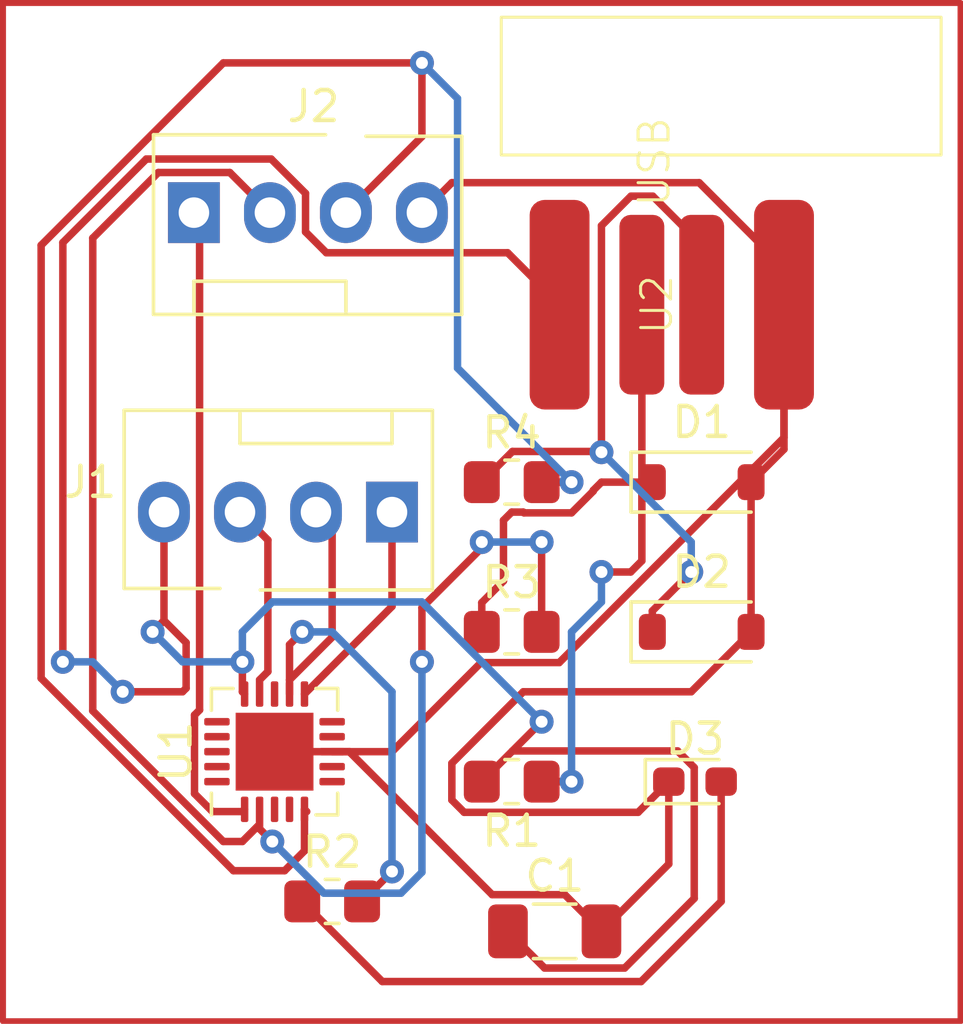
<source format=kicad_pcb>
(kicad_pcb (version 20221018) (generator pcbnew)
  (layers (0 "F.Cu" signal) (31 "B.Cu" signal) (34 "B.Paste" user) (35 "F.Paste" user) (36 "B.SilkS" user "B.Silkscreen") (37 "F.SilkS" user "F.Silkscreen") (38 "B.Mask" user) (39 "F.Mask" user) (44 "Edge.Cuts" user))
  (net 0 "")
  (net 1 "+5V")
  (net 2 "GND")
  (net 3 "Net-(D1-K)")
  (net 4 "Net-(D2-K)")
  (net 5 "Net-(D3-A)")
  (net 6 "Net-(J1-Pin_1)")
  (net 7 "Net-(J1-Pin_2)")
  (net 8 "Net-(J1-Pin_3)")
  (net 9 "Net-(J2-Pin_1)")
  (net 10 "Net-(J2-Pin_2)")
  (net 11 "Net-(J2-Pin_3)")
  (footprint "Capacitor_SMD:C_1206_3216Metric_Pad1.33x1.80mm_HandSolder" (layer "F.Cu") (at 145.4375 103)
    (fp_text reference "C1" (at 0 -1.85) (layer "F.SilkS"))
    (fp_text value "100n")
    (fp_line (start -0.711252 -0.91) (end 0.711252 -0.91) (stroke (width 0.12)) (layer "F.SilkS"))
    (fp_line (start -0.711252 0.91) (end 0.711252 0.91) (stroke (width 0.12)) (layer "F.SilkS"))
    (pad "1" smd roundrect (at -1.5625 0) (size 1.325 1.8) (layers "F.Cu" "F.Paste" "F.Mask") (roundrect_rratio 0.188679) (net 1 "+5V"))
    (pad "2" smd roundrect (at 1.5625 0) (size 1.325 1.8) (layers "F.Cu" "F.Paste" "F.Mask") (roundrect_rratio 0.188679) (net 2 "GND"))
  )
  (footprint "Resistor_SMD:R_0805_2012Metric_Pad1.20x1.40mm_HandSolder" (layer "F.Cu") (at 138 102)
    (fp_text reference "R2" (at 0 -1.65) (layer "F.SilkS"))
    (fp_text value "330R")
    (fp_line (start -0.227064 -0.735) (end 0.227064 -0.735) (stroke (width 0.12)) (layer "F.SilkS"))
    (fp_line (start -0.227064 0.735) (end 0.227064 0.735) (stroke (width 0.12)) (layer "F.SilkS"))
    (pad "1" smd roundrect (at -1 0) (size 1.2 1.4) (layers "F.Cu" "F.Paste" "F.Mask") (roundrect_rratio 0.208333) (net 5 "Net-(D3-A)"))
    (pad "2" smd roundrect (at 1 0) (size 1.2 1.4) (layers "F.Cu" "F.Paste" "F.Mask") (roundrect_rratio 0.208333) (net 7 "Net-(J1-Pin_2)"))
  )
  (footprint "My_costum_Lib_footprint:USB_PCB_Connector" (layer "F.Cu") (at 149.35 82.075 90)
    (fp_text reference "U2" (at 0 -0.5 90 unlocked) (layer "F.SilkS") (effects (font (thickness 0.1))))
    (fp_text value "~")
    (fp_text user "USB" (at 3.2 0 90 unlocked) (layer "F.SilkS") (effects (font (thickness 0.1)) (justify left bottom)))
    (fp_rect (start 5 -5.7) (end 9.6 9) (stroke (width 0.1)) (fill none) (layer "F.SilkS"))
    (pad "1" smd roundrect (at 0 -3.75 90) (size 7 2) (layers "F.Cu" "F.Paste" "F.Mask") (net 1 "+5V"))
    (pad "2" smd roundrect (at 0 -1 90) (size 6 1.5) (layers "F.Cu" "F.Paste" "F.Mask") (net 3 "Net-(D1-K)"))
    (pad "3" smd roundrect (at 0 1 90) (size 6 1.5) (layers "F.Cu" "F.Paste" "F.Mask") (net 4 "Net-(D2-K)"))
    (pad "4" smd roundrect (at 0 3.75 90) (size 7 2) (layers "F.Cu" "F.Paste" "F.Mask") (net 2 "GND"))
  )
  (footprint "LED_SMD:LED_0603_1608Metric_Pad1.05x0.95mm_HandSolder" (layer "F.Cu") (at 150.125 98)
    (fp_text reference "D3" (at 0 -1.43) (layer "F.SilkS"))
    (fp_text value "LED")
    (fp_line (start -1.66 -0.735) (end -1.66 0.735) (stroke (width 0.12)) (layer "F.SilkS"))
    (fp_line (start -1.66 0.735) (end 0.8 0.735) (stroke (width 0.12)) (layer "F.SilkS"))
    (fp_line (start 0.8 -0.735) (end -1.66 -0.735) (stroke (width 0.12)) (layer "F.SilkS"))
    (pad "1" smd roundrect (at -0.875 0) (size 1.05 0.95) (layers "F.Cu" "F.Paste" "F.Mask") (net 2 "GND"))
    (pad "2" smd roundrect (at 0.875 0) (size 1.05 0.95) (layers "F.Cu" "F.Paste" "F.Mask") (net 5 "Net-(D3-A)"))
  )
  (footprint "Connector:FanPinHeader_1x04_P2.54mm_Vertical" (layer "F.Cu") (at 140 89 180)
    (fp_text reference "J1" (at 10.08 1) (layer "F.SilkS"))
    (fp_text value "Conn_01x04_Pin")
    (fp_line (start -1.35 -2.6) (end 4.4 -2.6) (stroke (width 0.12)) (layer "F.SilkS"))
    (fp_line (start -1.35 3.4) (end -1.35 -2.6) (stroke (width 0.12)) (layer "F.SilkS"))
    (fp_line (start 0 2.29) (end 5.08 2.29) (stroke (width 0.12)) (layer "F.SilkS"))
    (fp_line (start 0 3.3) (end 0 2.29) (stroke (width 0.12)) (layer "F.SilkS"))
    (fp_line (start 5.08 2.29) (end 5.08 3.3) (stroke (width 0.12)) (layer "F.SilkS"))
    (fp_line (start 5.75 -2.55) (end 8.95 -2.55) (stroke (width 0.12)) (layer "F.SilkS"))
    (fp_line (start 8.95 -2.55) (end 8.95 3.4) (stroke (width 0.12)) (layer "F.SilkS"))
    (fp_line (start 8.95 3.4) (end -1.35 3.4) (stroke (width 0.12)) (layer "F.SilkS"))
    (pad "" np_thru_hole circle (at 5.08 -2.16 270) (size 1.1 1.1) (drill 1.1) (layers "*.Cu" "*.Mask"))
    (pad "1" thru_hole rect (at 0 0 270) (size 2.03 1.73) (drill 1.02) (layers "*.Cu" "*.Mask") (net 6 "Net-(J1-Pin_1)"))
    (pad "2" thru_hole oval (at 2.54 0 270) (size 2.03 1.73) (drill 1.02) (layers "*.Cu" "*.Mask") (net 7 "Net-(J1-Pin_2)"))
    (pad "3" thru_hole oval (at 5.08 0 270) (size 2.03 1.73) (drill 1.02) (layers "*.Cu" "*.Mask") (net 8 "Net-(J1-Pin_3)"))
    (pad "4" thru_hole oval (at 7.62 0 270) (size 2.03 1.73) (drill 1.02) (layers "*.Cu" "*.Mask") (net 1 "+5V"))
  )
  (footprint "Connector:FanPinHeader_1x04_P2.54mm_Vertical" (layer "F.Cu") (at 133.38 79)
    (fp_text reference "J2" (at 4 -3.55) (layer "F.SilkS"))
    (fp_text value "Conn_01x04_Pin")
    (fp_line (start -1.35 -2.6) (end 4.4 -2.6) (stroke (width 0.12)) (layer "F.SilkS"))
    (fp_line (start -1.35 3.4) (end -1.35 -2.6) (stroke (width 0.12)) (layer "F.SilkS"))
    (fp_line (start 0 2.29) (end 5.08 2.29) (stroke (width 0.12)) (layer "F.SilkS"))
    (fp_line (start 0 3.3) (end 0 2.29) (stroke (width 0.12)) (layer "F.SilkS"))
    (fp_line (start 5.08 2.29) (end 5.08 3.3) (stroke (width 0.12)) (layer "F.SilkS"))
    (fp_line (start 5.75 -2.55) (end 8.95 -2.55) (stroke (width 0.12)) (layer "F.SilkS"))
    (fp_line (start 8.95 -2.55) (end 8.95 3.4) (stroke (width 0.12)) (layer "F.SilkS"))
    (fp_line (start 8.95 3.4) (end -1.35 3.4) (stroke (width 0.12)) (layer "F.SilkS"))
    (pad "" np_thru_hole circle (at 5.08 -2.16 90) (size 1.1 1.1) (drill 1.1) (layers "*.Cu" "*.Mask"))
    (pad "1" thru_hole rect (at 0 0 90) (size 2.03 1.73) (drill 1.02) (layers "*.Cu" "*.Mask") (net 9 "Net-(J2-Pin_1)"))
    (pad "2" thru_hole oval (at 2.54 0 90) (size 2.03 1.73) (drill 1.02) (layers "*.Cu" "*.Mask") (net 10 "Net-(J2-Pin_2)"))
    (pad "3" thru_hole oval (at 5.08 0 90) (size 2.03 1.73) (drill 1.02) (layers "*.Cu" "*.Mask") (net 11 "Net-(J2-Pin_3)"))
    (pad "4" thru_hole oval (at 7.62 0 90) (size 2.03 1.73) (drill 1.02) (layers "*.Cu" "*.Mask") (net 2 "GND"))
  )
  (footprint "Package_DFN_QFN:QFN-20-1EP_4x4mm_P0.5mm_EP2.6x2.6mm" (layer "F.Cu") (at 136.075 97 90)
    (fp_text reference "U1" (at 0 -3.3 90) (layer "F.SilkS"))
    (fp_text value "ATtiny85-20M" hide)
    (fp_line (start -2.11 2.11) (end -2.11 1.385) (stroke (width 0.12)) (layer "F.SilkS"))
    (fp_line (start -1.385 -2.11) (end -2.11 -2.11) (stroke (width 0.12)) (layer "F.SilkS"))
    (fp_line (start -1.385 2.11) (end -2.11 2.11) (stroke (width 0.12)) (layer "F.SilkS"))
    (fp_line (start 1.385 -2.11) (end 2.11 -2.11) (stroke (width 0.12)) (layer "F.SilkS"))
    (fp_line (start 1.385 2.11) (end 2.11 2.11) (stroke (width 0.12)) (layer "F.SilkS"))
    (fp_line (start 2.11 -2.11) (end 2.11 -1.385) (stroke (width 0.12)) (layer "F.SilkS"))
    (fp_line (start 2.11 2.11) (end 2.11 1.385) (stroke (width 0.12)) (layer "F.SilkS"))
    (pad "1" smd roundrect (at -1.925 -1 90) (size 0.85 0.25) (layers "F.Cu" "F.Paste" "F.Mask") (net 9 "Net-(J2-Pin_1)"))
    (pad "2" smd roundrect (at -1.925 -0.5 90) (size 0.85 0.25) (layers "F.Cu" "F.Paste" "F.Mask") (net 10 "Net-(J2-Pin_2)"))
    (pad "3" smd roundrect (at -1.925 0 90) (size 0.85 0.25) (layers "F.Cu" "F.Paste" "F.Mask"))
    (pad "4" smd roundrect (at -1.925 0.5 90) (size 0.85 0.25) (layers "F.Cu" "F.Paste" "F.Mask"))
    (pad "5" smd roundrect (at -1.925 1 90) (size 0.85 0.25) (layers "F.Cu" "F.Paste" "F.Mask") (net 11 "Net-(J2-Pin_3)"))
    (pad "6" smd roundrect (at -1 1.925 90) (size 0.25 0.85) (layers "F.Cu" "F.Paste" "F.Mask"))
    (pad "7" smd roundrect (at -0.5 1.925 90) (size 0.25 0.85) (layers "F.Cu" "F.Paste" "F.Mask"))
    (pad "8" smd roundrect (at 0 1.925 90) (size 0.25 0.85) (layers "F.Cu" "F.Paste" "F.Mask") (net 2 "GND"))
    (pad "9" smd roundrect (at 0.5 1.925 90) (size 0.25 0.85) (layers "F.Cu" "F.Paste" "F.Mask"))
    (pad "10" smd roundrect (at 1 1.925 90) (size 0.25 0.85) (layers "F.Cu" "F.Paste" "F.Mask"))
    (pad "11" smd roundrect (at 1.925 1 90) (size 0.85 0.25) (layers "F.Cu" "F.Paste" "F.Mask") (net 6 "Net-(J1-Pin_1)"))
    (pad "12" smd roundrect (at 1.925 0.5 90) (size 0.85 0.25) (layers "F.Cu" "F.Paste" "F.Mask") (net 7 "Net-(J1-Pin_2)"))
    (pad "13" smd roundrect (at 1.925 0 90) (size 0.85 0.25) (layers "F.Cu" "F.Paste" "F.Mask"))
    (pad "14" smd roundrect (at 1.925 -0.5 90) (size 0.85 0.25) (layers "F.Cu" "F.Paste" "F.Mask") (net 8 "Net-(J1-Pin_3)"))
    (pad "15" smd roundrect (at 1.925 -1 90) (size 0.85 0.25) (layers "F.Cu" "F.Paste" "F.Mask") (net 1 "+5V"))
    (pad "16" smd roundrect (at 1 -1.925 90) (size 0.25 0.85) (layers "F.Cu" "F.Paste" "F.Mask"))
    (pad "17" smd roundrect (at 0.5 -1.925 90) (size 0.25 0.85) (layers "F.Cu" "F.Paste" "F.Mask"))
    (pad "18" smd roundrect (at 0 -1.925 90) (size 0.25 0.85) (layers "F.Cu" "F.Paste" "F.Mask"))
    (pad "19" smd roundrect (at -0.5 -1.925 90) (size 0.25 0.85) (layers "F.Cu" "F.Paste" "F.Mask"))
    (pad "20" smd roundrect (at -1 -1.925 90) (size 0.25 0.85) (layers "F.Cu" "F.Paste" "F.Mask"))
    (pad "21" smd rect (at 0 0 90) (size 2.6 2.6) (layers "F.Cu" "F.Mask") (net 2 "GND"))
  )
  (footprint "Resistor_SMD:R_0805_2012Metric_Pad1.20x1.40mm_HandSolder" (layer "F.Cu") (at 144 88)
    (fp_text reference "R4" (at 0 -1.65) (layer "F.SilkS"))
    (fp_text value "68R")
    (fp_line (start -0.227064 -0.735) (end 0.227064 -0.735) (stroke (width 0.12)) (layer "F.SilkS"))
    (fp_line (start -0.227064 0.735) (end 0.227064 0.735) (stroke (width 0.12)) (layer "F.SilkS"))
    (pad "1" smd roundrect (at -1 0) (size 1.2 1.4) (layers "F.Cu" "F.Paste" "F.Mask") (roundrect_rratio 0.208333) (net 4 "Net-(D2-K)"))
    (pad "2" smd roundrect (at 1 0) (size 1.2 1.4) (layers "F.Cu" "F.Paste" "F.Mask") (roundrect_rratio 0.208333) (net 11 "Net-(J2-Pin_3)"))
  )
  (footprint "Resistor_SMD:R_0805_2012Metric_Pad1.20x1.40mm_HandSolder" (layer "F.Cu") (at 144 98 180)
    (fp_text reference "R1" (at 0 -1.65) (layer "F.SilkS"))
    (fp_text value "1k5")
    (fp_line (start -0.227064 -0.735) (end 0.227064 -0.735) (stroke (width 0.12)) (layer "F.SilkS"))
    (fp_line (start -0.227064 0.735) (end 0.227064 0.735) (stroke (width 0.12)) (layer "F.SilkS"))
    (pad "1" smd roundrect (at -1 0 180) (size 1.2 1.4) (layers "F.Cu" "F.Paste" "F.Mask") (roundrect_rratio 0.208333) (net 3 "Net-(D1-K)"))
    (pad "2" smd roundrect (at 1 0 180) (size 1.2 1.4) (layers "F.Cu" "F.Paste" "F.Mask") (roundrect_rratio 0.208333) (net 1 "+5V"))
  )
  (footprint "Diode_SMD:D_SOD-123" (layer "F.Cu") (at 150.35 93)
    (fp_text reference "D2" (at 0 -2) (layer "F.SilkS"))
    (fp_text value "3V6")
    (fp_line (start -2.36 -1) (end -2.36 1) (stroke (width 0.12)) (layer "F.SilkS"))
    (fp_line (start -2.36 -1) (end 1.65 -1) (stroke (width 0.12)) (layer "F.SilkS"))
    (fp_line (start -2.36 1) (end 1.65 1) (stroke (width 0.12)) (layer "F.SilkS"))
    (pad "1" smd roundrect (at -1.65 0) (size 0.9 1.2) (layers "F.Cu" "F.Paste" "F.Mask") (net 4 "Net-(D2-K)"))
    (pad "2" smd roundrect (at 1.65 0) (size 0.9 1.2) (layers "F.Cu" "F.Paste" "F.Mask") (net 2 "GND"))
  )
  (footprint "Resistor_SMD:R_0805_2012Metric_Pad1.20x1.40mm_HandSolder" (layer "F.Cu") (at 144 93)
    (fp_text reference "R3" (at 0 -1.65) (layer "F.SilkS"))
    (fp_text value "68R")
    (fp_line (start -0.227064 -0.735) (end 0.227064 -0.735) (stroke (width 0.12)) (layer "F.SilkS"))
    (fp_line (start -0.227064 0.735) (end 0.227064 0.735) (stroke (width 0.12)) (layer "F.SilkS"))
    (pad "1" smd roundrect (at -1 0) (size 1.2 1.4) (layers "F.Cu" "F.Paste" "F.Mask") (roundrect_rratio 0.208333) (net 3 "Net-(D1-K)"))
    (pad "2" smd roundrect (at 1 0) (size 1.2 1.4) (layers "F.Cu" "F.Paste" "F.Mask") (roundrect_rratio 0.208333) (net 10 "Net-(J2-Pin_2)"))
  )
  (footprint "Diode_SMD:D_SOD-123" (layer "F.Cu") (at 150.35 88)
    (fp_text reference "D1" (at 0 -2) (layer "F.SilkS"))
    (fp_text value "3V6")
    (fp_line (start -2.36 -1) (end -2.36 1) (stroke (width 0.12)) (layer "F.SilkS"))
    (fp_line (start -2.36 -1) (end 1.65 -1) (stroke (width 0.12)) (layer "F.SilkS"))
    (fp_line (start -2.36 1) (end 1.65 1) (stroke (width 0.12)) (layer "F.SilkS"))
    (pad "1" smd roundrect (at -1.65 0) (size 0.9 1.2) (layers "F.Cu" "F.Paste" "F.Mask") (net 3 "Net-(D1-K)"))
    (pad "2" smd roundrect (at 1.65 0) (size 0.9 1.2) (layers "F.Cu" "F.Paste" "F.Mask") (net 2 "GND"))
  )
  (gr_rect (start 127 72) (end 159 106) (stroke (width 0.2)) (fill none) (layer "F.Cu"))
  (segment (start 133.12 93.36) (end 132.38 92.62) (width 0.25) (layer "F.Cu") (net 1))
  (segment (start 137.807086 80.34) (end 137.11 79.642914) (width 0.25) (layer "F.Cu") (net 1))
  (segment (start 147.775 104.225) (end 150.1 101.9) (width 0.25) (layer "F.Cu") (net 1))
  (segment (start 133 95) (end 133.12 94.88) (width 0.25) (layer "F.Cu") (net 1))
  (segment (start 137.11 79.642914) (end 137.11 78.357086) (width 0.25) (layer "F.Cu") (net 1))
  (segment (start 129 80) (end 129 94) (width 0.25) (layer "F.Cu") (net 1))
  (segment (start 137.11 78.357086) (end 135.962914 77.21) (width 0.25) (layer "F.Cu") (net 1))
  (segment (start 133.12 94.88) (end 133.12 93.36) (width 0.25) (layer "F.Cu") (net 1))
  (segment (start 135 95) (end 135 94) (width 0.25) (layer "F.Cu") (net 1))
  (segment (start 131 95) (end 133 95) (width 0.25) (layer "F.Cu") (net 1))
  (segment (start 145 96) (end 144.025 96.975) (width 0.25) (layer "F.Cu") (net 1))
  (segment (start 145.6 82.075) (end 143.865 80.34) (width 0.25) (layer "F.Cu") (net 1))
  (segment (start 143.865 80.34) (end 137.807086 80.34) (width 0.25) (layer "F.Cu") (net 1))
  (segment (start 145.1 104.225) (end 147.775 104.225) (width 0.25) (layer "F.Cu") (net 1))
  (segment (start 143.875 103) (end 145.1 104.225) (width 0.25) (layer "F.Cu") (net 1))
  (segment (start 132.38 92.62) (end 132.38 89) (width 0.25) (layer "F.Cu") (net 1))
  (segment (start 132 93) (end 132.38 92.62) (width 0.25) (layer "F.Cu") (net 1))
  (segment (start 135.075 95.075) (end 135 95) (width 0.25) (layer "F.Cu") (net 1))
  (segment (start 135.962914 77.21) (end 131.79 77.21) (width 0.25) (layer "F.Cu") (net 1))
  (segment (start 149.545495 96.975) (end 144.025 96.975) (width 0.25) (layer "F.Cu") (net 1))
  (segment (start 150.1 97.529505) (end 149.545495 96.975) (width 0.25) (layer "F.Cu") (net 1))
  (segment (start 144.025 96.975) (end 143 98) (width 0.25) (layer "F.Cu") (net 1))
  (segment (start 131.79 77.21) (end 129 80) (width 0.25) (layer "F.Cu") (net 1))
  (segment (start 150.1 101.9) (end 150.1 97.529505) (width 0.25) (layer "F.Cu") (net 1))
  (via (at 129 94) (size 0.8) (drill 0.4) (layers "F.Cu" "B.Cu") (net 1))
  (via (at 135 94) (size 0.8) (drill 0.4) (layers "F.Cu" "B.Cu") (net 1))
  (via (at 131 95) (size 0.8) (drill 0.4) (layers "F.Cu" "B.Cu") (net 1))
  (via (at 145 96) (size 0.8) (drill 0.4) (layers "F.Cu" "B.Cu") (net 1))
  (via (at 132 93) (size 0.8) (drill 0.4) (layers "F.Cu" "B.Cu") (net 1))
  (segment (start 141 92) (end 145 96) (width 0.25) (layer "B.Cu") (net 1))
  (segment (start 129 94) (end 130 94) (width 0.25) (layer "B.Cu") (net 1))
  (segment (start 135 94) (end 135 93) (width 0.25) (layer "B.Cu") (net 1))
  (segment (start 135 93) (end 136 92) (width 0.25) (layer "B.Cu") (net 1))
  (segment (start 133 94) (end 132 93) (width 0.25) (layer "B.Cu") (net 1))
  (segment (start 130 94) (end 131 95) (width 0.25) (layer "B.Cu") (net 1))
  (segment (start 136 92) (end 141 92) (width 0.25) (layer "B.Cu") (net 1))
  (segment (start 135 94) (end 133 94) (width 0.25) (layer "B.Cu") (net 1))
  (segment (start 150 95) (end 152 93) (width 0.25) (layer "F.Cu") (net 2))
  (segment (start 140 97) (end 142.975 94.025) (width 0.25) (layer "F.Cu") (net 2))
  (segment (start 153.1 86.513173) (end 153.1 82.075) (width 0.25) (layer "F.Cu") (net 2))
  (segment (start 136.075 97) (end 140 97) (width 0.25) (layer "F.Cu") (net 2))
  (segment (start 142 78) (end 141 79) (width 0.25) (layer "F.Cu") (net 2))
  (segment (start 138.573008 97) (end 138 97) (width 0.25) (layer "F.Cu") (net 2))
  (segment (start 145.588173 94.025) (end 153.1 86.513173) (width 0.25) (layer "F.Cu") (net 2))
  (segment (start 144.386827 95) (end 150 95) (width 0.25) (layer "F.Cu") (net 2))
  (segment (start 152 88) (end 153.1 86.9) (width 0.25) (layer "F.Cu") (net 2))
  (segment (start 152 93) (end 152 88) (width 0.25) (layer "F.Cu") (net 2))
  (segment (start 145.775 101.775) (end 143.348008 101.775) (width 0.25) (layer "F.Cu") (net 2))
  (segment (start 153.1 80.835051) (end 150.264949 78) (width 0.25) (layer "F.Cu") (net 2))
  (segment (start 150.264949 78) (end 142 78) (width 0.25) (layer "F.Cu") (net 2))
  (segment (start 153.1 82.075) (end 153.1 80.835051) (width 0.25) (layer "F.Cu") (net 2))
  (segment (start 142 98.613173) (end 142 97.386827) (width 0.25) (layer "F.Cu") (net 2))
  (segment (start 142.975 94.025) (end 145.588173 94.025) (width 0.25) (layer "F.Cu") (net 2))
  (segment (start 147 103) (end 149.25 100.75) (width 0.25) (layer "F.Cu") (net 2))
  (segment (start 153.1 86.9) (end 153.1 82.075) (width 0.25) (layer "F.Cu") (net 2))
  (segment (start 148.225 99.025) (end 142.411827 99.025) (width 0.25) (layer "F.Cu") (net 2))
  (segment (start 149.25 100.75) (end 149.25 98) (width 0.25) (layer "F.Cu") (net 2))
  (segment (start 147 103) (end 145.775 101.775) (width 0.25) (layer "F.Cu") (net 2))
  (segment (start 142 97.386827) (end 144.386827 95) (width 0.25) (layer "F.Cu") (net 2))
  (segment (start 142.411827 99.025) (end 142 98.613173) (width 0.25) (layer "F.Cu") (net 2))
  (segment (start 143.348008 101.775) (end 138.573008 97) (width 0.25) (layer "F.Cu") (net 2))
  (segment (start 149.25 98) (end 148.225 99.025) (width 0.25) (layer "F.Cu") (net 2))
  (segment (start 143.725 89.275) (end 143.725 91.300305) (width 0.25) (layer "F.Cu") (net 3))
  (segment (start 143.725 91.300305) (end 143.300305 91.725) (width 0.25) (layer "F.Cu") (net 3))
  (segment (start 147 91) (end 147.976777 91) (width 0.25) (layer "F.Cu") (net 3))
  (segment (start 148.7 88) (end 147 88) (width 0.25) (layer "F.Cu") (net 3))
  (segment (start 146.725 88.300305) (end 146.000305 89.025) (width 0.25) (layer "F.Cu") (net 3))
  (segment (start 148.35 90.626777) (end 148.35 82.075) (width 0.25) (layer "F.Cu") (net 3))
  (segment (start 144 89) (end 143.725 89.275) (width 0.25) (layer "F.Cu") (net 3))
  (segment (start 143.300305 91.725) (end 143.298223 91.725) (width 0.25) (layer "F.Cu") (net 3))
  (segment (start 147.976777 91) (end 148.35 90.626777) (width 0.25) (layer "F.Cu") (net 3))
  (segment (start 146.725 88.275) (end 146.725 88.300305) (width 0.25) (layer "F.Cu") (net 3))
  (segment (start 146.000305 89.025) (end 144.411827 89.025) (width 0.25) (layer "F.Cu") (net 3))
  (segment (start 144.386827 89) (end 144 89) (width 0.25) (layer "F.Cu") (net 3))
  (segment (start 143.298223 91.725) (end 143 92.023223) (width 0.25) (layer "F.Cu") (net 3))
  (segment (start 147 88) (end 146.725 88.275) (width 0.25) (layer "F.Cu") (net 3))
  (segment (start 144.411827 89.025) (end 144.386827 89) (width 0.25) (layer "F.Cu") (net 3))
  (segment (start 145 98) (end 146 98) (width 0.25) (layer "F.Cu") (net 3))
  (segment (start 143 92.023223) (end 143 93) (width 0.25) (layer "F.Cu") (net 3))
  (via (at 147 91) (size 0.8) (drill 0.4) (layers "F.Cu" "B.Cu") (net 3))
  (via (at 146 98) (size 0.8) (drill 0.4) (layers "F.Cu" "B.Cu") (net 3))
  (segment (start 147 92) (end 147 91) (width 0.25) (layer "B.Cu") (net 3))
  (segment (start 146 93) (end 147 92) (width 0.25) (layer "B.Cu") (net 3))
  (segment (start 146 98) (end 146 93) (width 0.25) (layer "B.Cu") (net 3))
  (segment (start 150.35 80.085051) (end 150.35 82.075) (width 0.25) (layer "F.Cu") (net 4))
  (segment (start 147 79.435051) (end 147.985051 78.45) (width 0.25) (layer "F.Cu") (net 4))
  (segment (start 144.025 86.975) (end 143 88) (width 0.25) (layer "F.Cu") (net 4))
  (segment (start 148.7 92.3) (end 150 91) (width 0.25) (layer "F.Cu") (net 4))
  (segment (start 147 87) (end 147 79.435051) (width 0.25) (layer "F.Cu") (net 4))
  (segment (start 148.714949 78.45) (end 150.35 80.085051) (width 0.25) (layer "F.Cu") (net 4))
  (segment (start 146.975 86.975) (end 144.025 86.975) (width 0.25) (layer "F.Cu") (net 4))
  (segment (start 147.985051 78.45) (end 148.714949 78.45) (width 0.25) (layer "F.Cu") (net 4))
  (segment (start 148.7 93) (end 148.7 92.3) (width 0.25) (layer "F.Cu") (net 4))
  (segment (start 147 87) (end 146.975 86.975) (width 0.25) (layer "F.Cu") (net 4))
  (via (at 147 87) (size 0.8) (drill 0.4) (layers "F.Cu" "B.Cu") (net 4))
  (via (at 150 91) (size 0.8) (drill 0.4) (layers "F.Cu" "B.Cu") (net 4))
  (segment (start 150 90) (end 147 87) (width 0.25) (layer "B.Cu") (net 4))
  (segment (start 150 91) (end 150 90) (width 0.25) (layer "B.Cu") (net 4))
  (segment (start 139.675 104.675) (end 148.325 104.675) (width 0.25) (layer "F.Cu") (net 5))
  (segment (start 137 102) (end 139.675 104.675) (width 0.25) (layer "F.Cu") (net 5))
  (segment (start 148.325 104.675) (end 151 102) (width 0.25) (layer "F.Cu") (net 5))
  (segment (start 151 102) (end 151 98) (width 0.25) (layer "F.Cu") (net 5))
  (segment (start 137.075 95.075) (end 140 92.15) (width 0.25) (layer "F.Cu") (net 6))
  (segment (start 140 92.15) (end 140 89) (width 0.25) (layer "F.Cu") (net 6))
  (segment (start 137 93) (end 136.575 93.425) (width 0.25) (layer "F.Cu") (net 7))
  (segment (start 138 93.176992) (end 138 89.54) (width 0.25) (layer "F.Cu") (net 7))
  (segment (start 136.575 94.601992) (end 138 93.176992) (width 0.25) (layer "F.Cu") (net 7))
  (segment (start 139 102) (end 140 101) (width 0.25) (layer "F.Cu") (net 7))
  (segment (start 138 89.54) (end 137.46 89) (width 0.25) (layer "F.Cu") (net 7))
  (segment (start 136.575 95.075) (end 136.575 94.601992) (width 0.25) (layer "F.Cu") (net 7))
  (segment (start 136.575 93.425) (end 136.575 94.601992) (width 0.25) (layer "F.Cu") (net 7))
  (via (at 137 93) (size 0.8) (drill 0.4) (layers "F.Cu" "B.Cu") (net 7))
  (via (at 140 101) (size 0.8) (drill 0.4) (layers "F.Cu" "B.Cu") (net 7))
  (segment (start 138 93) (end 137 93) (width 0.25) (layer "B.Cu") (net 7))
  (segment (start 140 101) (end 140 95) (width 0.25) (layer "B.Cu") (net 7))
  (segment (start 140 95) (end 138 93) (width 0.25) (layer "B.Cu") (net 7))
  (segment (start 135.851992 94.325) (end 135.575 94.601992) (width 0.25) (layer "F.Cu") (net 8))
  (segment (start 134.92 89) (end 135.851992 89.931992) (width 0.25) (layer "F.Cu") (net 8))
  (segment (start 135.851992 89.931992) (end 135.851992 94.325) (width 0.25) (layer "F.Cu") (net 8))
  (segment (start 135.575 94.601992) (end 135.575 95.075) (width 0.25) (layer "F.Cu") (net 8))
  (segment (start 133.57 79.19) (end 133.57 95.606992) (width 0.25) (layer "F.Cu") (net 9))
  (segment (start 135 99) (end 135.075 98.925) (width 0.25) (layer "F.Cu") (net 9))
  (segment (start 133.4 98.4) (end 134 99) (width 0.25) (layer "F.Cu") (net 9))
  (segment (start 133.4 95.776992) (end 133.4 98.4) (width 0.25) (layer "F.Cu") (net 9))
  (segment (start 134 99) (end 135 99) (width 0.25) (layer "F.Cu") (net 9))
  (segment (start 133.38 79) (end 133.57 79.19) (width 0.25) (layer "F.Cu") (net 9))
  (segment (start 133.57 95.606992) (end 133.4 95.776992) (width 0.25) (layer "F.Cu") (net 9))
  (segment (start 141 92.193414) (end 141 94) (width 0.25) (layer "F.Cu") (net 10))
  (segment (start 135.575 98.925) (end 135.575 99.575) (width 0.25) (layer "F.Cu") (net 10))
  (segment (start 134.363604 100) (end 135 100) (width 0.25) (layer "F.Cu") (net 10))
  (segment (start 135 100) (end 135.575 99.425) (width 0.25) (layer "F.Cu") (net 10))
  (segment (start 143 90.193414) (end 141 92.193414) (width 0.25) (layer "F.Cu") (net 10))
  (segment (start 135.92 79) (end 134.58 77.66) (width 0.25) (layer "F.Cu") (net 10))
  (segment (start 143 90) (end 143 90.193414) (width 0.25) (layer "F.Cu") (net 10))
  (segment (start 135.575 99.425) (end 135.575 98.925) (width 0.25) (layer "F.Cu") (net 10))
  (segment (start 130 95.636396) (end 134.363604 100) (width 0.25) (layer "F.Cu") (net 10))
  (segment (start 134.58 77.66) (end 132.19 77.66) (width 0.25) (layer "F.Cu") (net 10))
  (segment (start 130 79.85) (end 130 95.636396) (width 0.25) (layer "F.Cu") (net 10))
  (segment (start 135.575 99.575) (end 136 100) (width 0.25) (layer "F.Cu") (net 10))
  (segment (start 132.19 77.66) (end 130 79.85) (width 0.25) (layer "F.Cu") (net 10))
  (segment (start 145 90) (end 145 93) (width 0.25) (layer "F.Cu") (net 10))
  (via (at 136 100) (size 0.8) (drill 0.4) (layers "F.Cu" "B.Cu") (net 10))
  (via (at 143 90) (size 0.8) (drill 0.4) (layers "F.Cu" "B.Cu") (net 10))
  (via (at 145 90) (size 0.8) (drill 0.4) (layers "F.Cu" "B.Cu") (net 10))
  (via (at 141 94) (size 0.8) (drill 0.4) (layers "F.Cu" "B.Cu") (net 10))
  (segment (start 136 100) (end 137.725 101.725) (width 0.25) (layer "B.Cu") (net 10))
  (segment (start 137.725 101.725) (end 140.300305 101.725) (width 0.25) (layer "B.Cu") (net 10))
  (segment (start 143 90) (end 145 90) (width 0.25) (layer "B.Cu") (net 10))
  (segment (start 141 101.025305) (end 141 94) (width 0.25) (layer "B.Cu") (net 10))
  (segment (start 140.300305 101.725) (end 141 101.025305) (width 0.25) (layer "B.Cu") (net 10))
  (segment (start 141 76.46) (end 138.46 79) (width 0.25) (layer "F.Cu") (net 11))
  (segment (start 134.702208 100.975) (end 128.275 94.547792) (width 0.25) (layer "F.Cu") (net 11))
  (segment (start 137.075 100.311827) (end 136.411827 100.975) (width 0.25) (layer "F.Cu") (net 11))
  (segment (start 141 74) (end 141 76.46) (width 0.25) (layer "F.Cu") (net 11))
  (segment (start 145 88) (end 146 88) (width 0.25) (layer "F.Cu") (net 11))
  (segment (start 136.411827 100.975) (end 134.702208 100.975) (width 0.25) (layer "F.Cu") (net 11))
  (segment (start 137.075 98.925) (end 137.075 100.311827) (width 0.25) (layer "F.Cu") (net 11))
  (segment (start 137.075 98.925) (end 137.15 99) (width 0.25) (layer "F.Cu") (net 11))
  (segment (start 128.275 80.088604) (end 134.363604 74) (width 0.25) (layer "F.Cu") (net 11))
  (segment (start 128.275 94.547792) (end 128.275 80.088604) (width 0.25) (layer "F.Cu") (net 11))
  (segment (start 134.363604 74) (end 141 74) (width 0.25) (layer "F.Cu") (net 11))
  (via (at 141 74) (size 0.8) (drill 0.4) (layers "F.Cu" "B.Cu") (net 11))
  (via (at 146 88) (size 0.8) (drill 0.4) (layers "F.Cu" "B.Cu") (net 11))
  (segment (start 142.19 75.19) (end 141 74) (width 0.25) (layer "B.Cu") (net 11))
  (segment (start 142.19 84.19) (end 142.19 75.19) (width 0.25) (layer "B.Cu") (net 11))
  (segment (start 146 88) (end 142.19 84.19) (width 0.25) (layer "B.Cu") (net 11))
)
</source>
